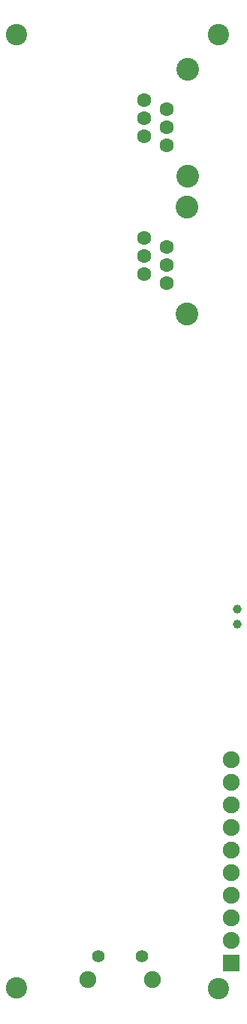
<source format=gbr>
G04 #@! TF.FileFunction,Soldermask,Bot*
%FSLAX46Y46*%
G04 Gerber Fmt 4.6, Leading zero omitted, Abs format (unit mm)*
G04 Created by KiCad (PCBNEW 4.0.7-e2-6376~58~ubuntu16.04.1) date Thu Dec 28 11:43:27 2017*
%MOMM*%
%LPD*%
G01*
G04 APERTURE LIST*
%ADD10C,0.100000*%
%ADD11C,1.003200*%
%ADD12C,2.403200*%
%ADD13C,1.403200*%
%ADD14C,1.903200*%
%ADD15C,2.563200*%
%ADD16C,1.603200*%
%ADD17R,1.903200X1.903200*%
%ADD18O,1.903200X1.903200*%
G04 APERTURE END LIST*
D10*
D11*
X26263600Y27990800D03*
X26263600Y26290800D03*
D12*
X1400000Y-14600000D03*
X24200000Y-14700000D03*
X1400000Y92600000D03*
X24200000Y92600000D03*
D13*
X10656000Y-11011400D03*
X15506000Y-11011400D03*
D14*
X9456000Y-13661400D03*
X16706000Y-13661400D03*
D15*
X20647628Y73221532D03*
X20647628Y61221532D03*
D16*
X15807628Y69771532D03*
X18347628Y68751532D03*
X15807628Y67731532D03*
X18347628Y66711532D03*
X15807628Y65691532D03*
X18347628Y64671532D03*
D15*
X20661628Y88721532D03*
X20661628Y76721532D03*
D16*
X15821628Y85271532D03*
X18361628Y84251532D03*
X15821628Y83231532D03*
X18361628Y82211532D03*
X15821628Y81191532D03*
X18361628Y80171532D03*
D17*
X25628600Y-11799800D03*
D18*
X25628600Y-9259800D03*
X25628600Y-6719800D03*
X25628600Y-4179800D03*
X25628600Y-1639800D03*
X25628600Y900200D03*
X25628600Y3440200D03*
X25628600Y5980200D03*
X25628600Y8520200D03*
X25628600Y11060200D03*
M02*

</source>
